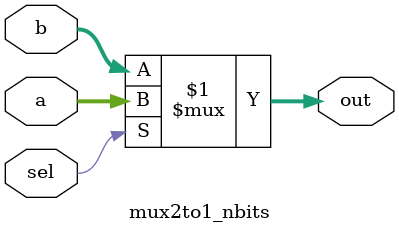
<source format=sv>
module mux2to1_nbits
#(
	parameter SIZE = 4
)
(
	input logic	[SIZE-1:0]		a,			// number to compare
	input logic	[SIZE-1:0]		b,			// number to compare against
	input logic					    sel,		  // selects a if asserted high, b if asserted low
	output logic	[SIZE-1:0]	out			// multiplexer output
);

assign out = sel ? a : b;

endmodule: mux2to1_nbits


</source>
